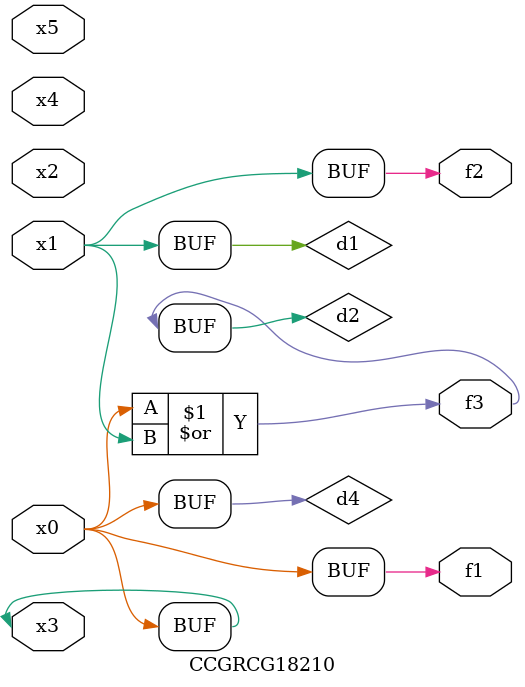
<source format=v>
module CCGRCG18210(
	input x0, x1, x2, x3, x4, x5,
	output f1, f2, f3
);

	wire d1, d2, d3, d4;

	and (d1, x1);
	or (d2, x0, x1);
	nand (d3, x0, x5);
	buf (d4, x0, x3);
	assign f1 = d4;
	assign f2 = d1;
	assign f3 = d2;
endmodule

</source>
